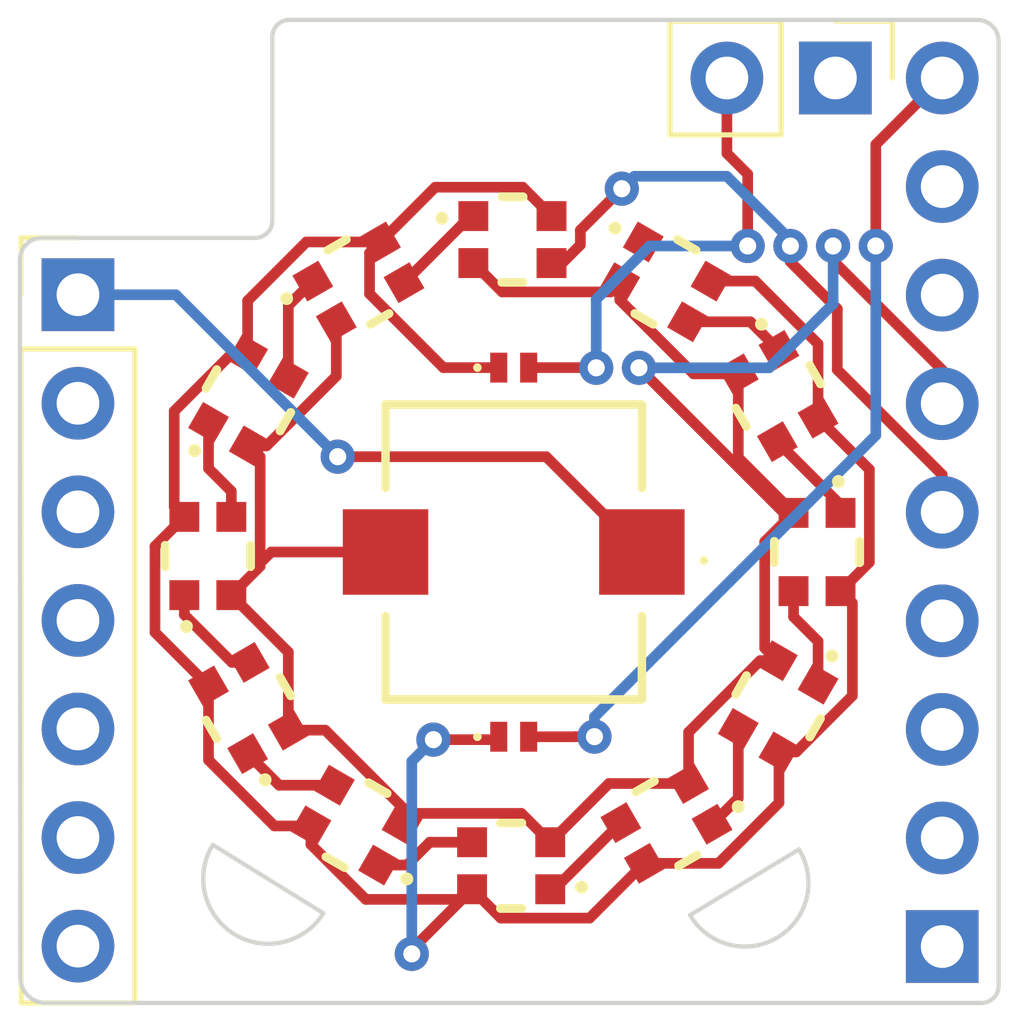
<source format=kicad_pcb>
(kicad_pcb (version 20221018) (generator pcbnew)
  (layers (0 "F.Cu" signal) (31 "B.Cu" signal) (34 "B.Paste" user) (35 "F.Paste" user) (36 "B.SilkS" user "B.Silkscreen") (37 "F.SilkS" user "F.Silkscreen") (38 "B.Mask" user) (39 "F.Mask" user) (44 "Edge.Cuts" user))
  (net 0 "")
  (net 1 "GND")
  (net 2 "DIN")
  (net 3 "Net-(D1-A)")
  (net 4 "Net-(D2-A)")
  (net 5 "Net-(J1-Pin_1)")
  (net 9 "VDD")
  (net 19 "Net-(U1-DO)")
  (net 20 "Net-(U2-DO)")
  (net 21 "Net-(U3-DO)")
  (net 22 "Net-(U4-DO)")
  (net 23 "Net-(U5-DO)")
  (net 24 "Net-(U6-DO)")
  (net 25 "Net-(U7-DO)")
  (net 26 "Net-(U8-DO)")
  (net 27 "Net-(U10-DI)")
  (net 28 "Net-(U10-DO)")
  (net 29 "Net-(U11-DO)")
  (footprint "LIB_4684:4684" (layer "F.Cu") (at 142.47 108.24 -30)
    (fp_text reference "U6" hide)
    (fp_text value "WS2812-2020" hide)
    (fp_line (start -0.25 -1) (end -0.25 -1) (stroke (width 0.2)) (layer "F.SilkS"))
    (fp_line (start -0.25 -1) (end 0.25 -1) (stroke (width 0.2)) (layer "F.SilkS"))
    (fp_line (start -0.25 1) (end -0.25 1) (stroke (width 0.2)) (layer "F.SilkS"))
    (fp_line (start -0.25 1) (end 0.25 1) (stroke (width 0.2)) (layer "F.SilkS"))
    (fp_line (start 0.25 -1) (end -0.25 -1) (stroke (width 0.2)) (layer "F.SilkS"))
    (fp_line (start 0.25 -1) (end 0.25 -1) (stroke (width 0.2)) (layer "F.SilkS"))
    (fp_line (start 0.25 1) (end -0.25 1) (stroke (width 0.2)) (layer "F.SilkS"))
    (fp_line (start 0.25 1) (end 0.25 1) (stroke (width 0.2)) (layer "F.SilkS"))
    (fp_line (start 1.6 0.5) (end 1.6 0.5) (stroke (width 0.2)) (layer "F.SilkS"))
    (fp_line (start 1.6 0.5) (end 1.6 0.5) (stroke (width 0.2)) (layer "F.SilkS"))
    (fp_line (start 1.7 0.5) (end 1.7 0.5) (stroke (width 0.2)) (layer "F.SilkS"))
    (fp_arc (start 1.6 0.5) (mid 1.65 0.45) (end 1.7 0.5) (stroke (width 0.2)) (layer "F.SilkS"))
    (fp_arc (start 1.7 0.5) (mid 1.65 0.55) (end 1.6 0.5) (stroke (width 0.2)) (layer "F.SilkS"))
    (fp_arc (start 1.7 0.5) (mid 1.65 0.55) (end 1.6 0.5) (stroke (width 0.2)) (layer "F.SilkS"))
    (pad "1" smd rect (at 0.915 0.55 60) (size 0.7 0.7) (layers "F.Cu" "F.Paste" "F.Mask") (net 24 "Net-(U6-DO)"))
    (pad "2" smd rect (at 0.915 -0.55 60) (size 0.7 0.7) (layers "F.Cu" "F.Paste" "F.Mask") (net 1 "GND"))
    (pad "3" smd rect (at -0.915 -0.55 60) (size 0.7 0.7) (layers "F.Cu" "F.Paste" "F.Mask") (net 23 "Net-(U5-DO)"))
    (pad "4" smd rect (at -0.915 0.55 60) (size 0.7 0.7) (layers "F.Cu" "F.Paste" "F.Mask") (net 9 "VDD"))
  )
  (footprint "Connector_PinHeader_2.54mm:PinHeader_1x09_P2.54mm_Vertical" (layer "F.Cu") (at 156.18 111.08 180)
    (fp_text reference "J2" hide)
    (fp_text value "Conn_01x09_Female" hide)
    (pad "1" thru_hole rect (at 0 0 180) (size 1.7 1.7) (drill 1) (layers "*.Cu" "*.Mask"))
    (pad "2" thru_hole oval (at 0 2.54 180) (size 1.7 1.7) (drill 1) (layers "*.Cu" "*.Mask"))
    (pad "3" thru_hole oval (at 0 5.08 180) (size 1.7 1.7) (drill 1) (layers "*.Cu" "*.Mask"))
    (pad "4" thru_hole oval (at 0 7.62 180) (size 1.7 1.7) (drill 1) (layers "*.Cu" "*.Mask"))
    (pad "5" thru_hole oval (at 0 10.16 180) (size 1.7 1.7) (drill 1) (layers "*.Cu" "*.Mask") (net 2 "DIN"))
    (pad "6" thru_hole oval (at 0 12.7 180) (size 1.7 1.7) (drill 1) (layers "*.Cu" "*.Mask") (net 1 "GND"))
    (pad "7" thru_hole oval (at 0 15.24 180) (size 1.7 1.7) (drill 1) (layers "*.Cu" "*.Mask"))
    (pad "8" thru_hole oval (at 0 17.78 180) (size 1.7 1.7) (drill 1) (layers "*.Cu" "*.Mask"))
    (pad "9" thru_hole oval (at 0 20.32 180) (size 1.7 1.7) (drill 1) (layers "*.Cu" "*.Mask") (net 4 "Net-(D2-A)"))
  )
  (footprint "LIB_4684:4684" (layer "F.Cu") (at 152.34 98.2 120)
    (fp_text reference "U11" hide)
    (fp_text value "WS2812-2020" hide)
    (fp_line (start -0.25 -1) (end -0.25 -1) (stroke (width 0.2)) (layer "F.SilkS"))
    (fp_line (start -0.25 -1) (end 0.25 -1) (stroke (width 0.2)) (layer "F.SilkS"))
    (fp_line (start -0.25 1) (end -0.25 1) (stroke (width 0.2)) (layer "F.SilkS"))
    (fp_line (start -0.25 1) (end 0.25 1) (stroke (width 0.2)) (layer "F.SilkS"))
    (fp_line (start 0.25 -1) (end -0.25 -1) (stroke (width 0.2)) (layer "F.SilkS"))
    (fp_line (start 0.25 -1) (end 0.25 -1) (stroke (width 0.2)) (layer "F.SilkS"))
    (fp_line (start 0.25 1) (end -0.25 1) (stroke (width 0.2)) (layer "F.SilkS"))
    (fp_line (start 0.25 1) (end 0.25 1) (stroke (width 0.2)) (layer "F.SilkS"))
    (fp_line (start 1.6 0.5) (end 1.6 0.5) (stroke (width 0.2)) (layer "F.SilkS"))
    (fp_line (start 1.6 0.5) (end 1.6 0.5) (stroke (width 0.2)) (layer "F.SilkS"))
    (fp_line (start 1.7 0.5) (end 1.7 0.5) (stroke (width 0.2)) (layer "F.SilkS"))
    (fp_arc (start 1.6 0.5) (mid 1.65 0.45) (end 1.7 0.5) (stroke (width 0.2)) (layer "F.SilkS"))
    (fp_arc (start 1.7 0.5) (mid 1.65 0.55) (end 1.6 0.5) (stroke (width 0.2)) (layer "F.SilkS"))
    (fp_arc (start 1.7 0.5) (mid 1.65 0.55) (end 1.6 0.5) (stroke (width 0.2)) (layer "F.SilkS"))
    (pad "1" smd rect (at 0.915 0.55 210) (size 0.7 0.7) (layers "F.Cu" "F.Paste" "F.Mask") (net 29 "Net-(U11-DO)"))
    (pad "2" smd rect (at 0.915 -0.55 210) (size 0.7 0.7) (layers "F.Cu" "F.Paste" "F.Mask") (net 1 "GND"))
    (pad "3" smd rect (at -0.915 -0.55 210) (size 0.7 0.7) (layers "F.Cu" "F.Paste" "F.Mask") (net 28 "Net-(U10-DO)"))
    (pad "4" smd rect (at -0.915 0.55 210) (size 0.7 0.7) (layers "F.Cu" "F.Paste" "F.Mask") (net 9 "VDD"))
  )
  (footprint "LIB_4684:4684" (layer "F.Cu") (at 146.09 109.19)
    (fp_text reference "U7" hide)
    (fp_text value "WS2812-2020" hide)
    (fp_line (start -0.25 -1) (end -0.25 -1) (stroke (width 0.2)) (layer "F.SilkS"))
    (fp_line (start -0.25 -1) (end 0.25 -1) (stroke (width 0.2)) (layer "F.SilkS"))
    (fp_line (start -0.25 1) (end -0.25 1) (stroke (width 0.2)) (layer "F.SilkS"))
    (fp_line (start -0.25 1) (end 0.25 1) (stroke (width 0.2)) (layer "F.SilkS"))
    (fp_line (start 0.25 -1) (end -0.25 -1) (stroke (width 0.2)) (layer "F.SilkS"))
    (fp_line (start 0.25 -1) (end 0.25 -1) (stroke (width 0.2)) (layer "F.SilkS"))
    (fp_line (start 0.25 1) (end -0.25 1) (stroke (width 0.2)) (layer "F.SilkS"))
    (fp_line (start 0.25 1) (end 0.25 1) (stroke (width 0.2)) (layer "F.SilkS"))
    (fp_line (start 1.6 0.5) (end 1.6 0.5) (stroke (width 0.2)) (layer "F.SilkS"))
    (fp_line (start 1.6 0.5) (end 1.6 0.5) (stroke (width 0.2)) (layer "F.SilkS"))
    (fp_line (start 1.7 0.5) (end 1.7 0.5) (stroke (width 0.2)) (layer "F.SilkS"))
    (fp_arc (start 1.6 0.5) (mid 1.65 0.45) (end 1.7 0.5) (stroke (width 0.2)) (layer "F.SilkS"))
    (fp_arc (start 1.7 0.5) (mid 1.65 0.55) (end 1.6 0.5) (stroke (width 0.2)) (layer "F.SilkS"))
    (fp_arc (start 1.7 0.5) (mid 1.65 0.55) (end 1.6 0.5) (stroke (width 0.2)) (layer "F.SilkS"))
    (pad "1" smd rect (at 0.915 0.55 90) (size 0.7 0.7) (layers "F.Cu" "F.Paste" "F.Mask") (net 25 "Net-(U7-DO)"))
    (pad "2" smd rect (at 0.915 -0.55 90) (size 0.7 0.7) (layers "F.Cu" "F.Paste" "F.Mask") (net 1 "GND"))
    (pad "3" smd rect (at -0.915 -0.55 90) (size 0.7 0.7) (layers "F.Cu" "F.Paste" "F.Mask") (net 24 "Net-(U6-DO)"))
    (pad "4" smd rect (at -0.915 0.55 90) (size 0.7 0.7) (layers "F.Cu" "F.Paste" "F.Mask") (net 9 "VDD"))
  )
  (footprint "LIB_4684:4684" (layer "F.Cu") (at 142.514397 95.53 -150)
    (fp_text reference "U2" hide)
    (fp_text value "WS2812-2020" hide)
    (fp_line (start -0.25 -1) (end -0.25 -1) (stroke (width 0.2)) (layer "F.SilkS"))
    (fp_line (start -0.25 -1) (end 0.25 -1) (stroke (width 0.2)) (layer "F.SilkS"))
    (fp_line (start -0.25 1) (end -0.25 1) (stroke (width 0.2)) (layer "F.SilkS"))
    (fp_line (start -0.25 1) (end 0.25 1) (stroke (width 0.2)) (layer "F.SilkS"))
    (fp_line (start 0.25 -1) (end -0.25 -1) (stroke (width 0.2)) (layer "F.SilkS"))
    (fp_line (start 0.25 -1) (end 0.25 -1) (stroke (width 0.2)) (layer "F.SilkS"))
    (fp_line (start 0.25 1) (end -0.25 1) (stroke (width 0.2)) (layer "F.SilkS"))
    (fp_line (start 0.25 1) (end 0.25 1) (stroke (width 0.2)) (layer "F.SilkS"))
    (fp_line (start 1.6 0.5) (end 1.6 0.5) (stroke (width 0.2)) (layer "F.SilkS"))
    (fp_line (start 1.6 0.5) (end 1.6 0.5) (stroke (width 0.2)) (layer "F.SilkS"))
    (fp_line (start 1.7 0.5) (end 1.7 0.5) (stroke (width 0.2)) (layer "F.SilkS"))
    (fp_arc (start 1.6 0.5) (mid 1.65 0.45) (end 1.7 0.5) (stroke (width 0.2)) (layer "F.SilkS"))
    (fp_arc (start 1.7 0.5) (mid 1.65 0.55) (end 1.6 0.5) (stroke (width 0.2)) (layer "F.SilkS"))
    (fp_arc (start 1.7 0.5) (mid 1.65 0.55) (end 1.6 0.5) (stroke (width 0.2)) (layer "F.SilkS"))
    (pad "1" smd rect (at 0.915 0.55 300) (size 0.7 0.7) (layers "F.Cu" "F.Paste" "F.Mask") (net 20 "Net-(U2-DO)"))
    (pad "2" smd rect (at 0.915 -0.55 300) (size 0.7 0.7) (layers "F.Cu" "F.Paste" "F.Mask") (net 1 "GND"))
    (pad "3" smd rect (at -0.915 -0.55 300) (size 0.7 0.7) (layers "F.Cu" "F.Paste" "F.Mask") (net 19 "Net-(U1-DO)"))
    (pad "4" smd rect (at -0.915 0.55 300) (size 0.7 0.7) (layers "F.Cu" "F.Paste" "F.Mask") (net 9 "VDD"))
  )
  (footprint "LIB_4684:4684" (layer "F.Cu") (at 149.7 95.53 150)
    (fp_text reference "U12" hide)
    (fp_text value "WS2812-2020" hide)
    (fp_line (start -0.25 -1) (end -0.25 -1) (stroke (width 0.2)) (layer "F.SilkS"))
    (fp_line (start -0.25 -1) (end 0.25 -1) (stroke (width 0.2)) (layer "F.SilkS"))
    (fp_line (start -0.25 1) (end -0.25 1) (stroke (width 0.2)) (layer "F.SilkS"))
    (fp_line (start -0.25 1) (end 0.25 1) (stroke (width 0.2)) (layer "F.SilkS"))
    (fp_line (start 0.25 -1) (end -0.25 -1) (stroke (width 0.2)) (layer "F.SilkS"))
    (fp_line (start 0.25 -1) (end 0.25 -1) (stroke (width 0.2)) (layer "F.SilkS"))
    (fp_line (start 0.25 1) (end -0.25 1) (stroke (width 0.2)) (layer "F.SilkS"))
    (fp_line (start 0.25 1) (end 0.25 1) (stroke (width 0.2)) (layer "F.SilkS"))
    (fp_line (start 1.6 0.5) (end 1.6 0.5) (stroke (width 0.2)) (layer "F.SilkS"))
    (fp_line (start 1.6 0.5) (end 1.6 0.5) (stroke (width 0.2)) (layer "F.SilkS"))
    (fp_line (start 1.7 0.5) (end 1.7 0.5) (stroke (width 0.2)) (layer "F.SilkS"))
    (fp_arc (start 1.6 0.5) (mid 1.65 0.45) (end 1.7 0.5) (stroke (width 0.2)) (layer "F.SilkS"))
    (fp_arc (start 1.7 0.5) (mid 1.65 0.55) (end 1.6 0.5) (stroke (width 0.2)) (layer "F.SilkS"))
    (fp_arc (start 1.7 0.5) (mid 1.65 0.55) (end 1.6 0.5) (stroke (width 0.2)) (layer "F.SilkS"))
    (pad "1" smd rect (at 0.915 0.55 240) (size 0.7 0.7) (layers "F.Cu" "F.Paste" "F.Mask"))
    (pad "2" smd rect (at 0.915 -0.55 240) (size 0.7 0.7) (layers "F.Cu" "F.Paste" "F.Mask") (net 1 "GND"))
    (pad "3" smd rect (at -0.915 -0.55 240) (size 0.7 0.7) (layers "F.Cu" "F.Paste" "F.Mask") (net 29 "Net-(U11-DO)"))
    (pad "4" smd rect (at -0.915 0.55 240) (size 0.7 0.7) (layers "F.Cu" "F.Paste" "F.Mask") (net 9 "VDD"))
  )
  (footprint "LIB_4684:4684" (layer "F.Cu") (at 152.34 105.46 60)
    (fp_text reference "U9" hide)
    (fp_text value "WS2812-2020" hide)
    (fp_line (start -0.25 -1) (end -0.25 -1) (stroke (width 0.2)) (layer "F.SilkS"))
    (fp_line (start -0.25 -1) (end 0.25 -1) (stroke (width 0.2)) (layer "F.SilkS"))
    (fp_line (start -0.25 1) (end -0.25 1) (stroke (width 0.2)) (layer "F.SilkS"))
    (fp_line (start -0.25 1) (end 0.25 1) (stroke (width 0.2)) (layer "F.SilkS"))
    (fp_line (start 0.25 -1) (end -0.25 -1) (stroke (width 0.2)) (layer "F.SilkS"))
    (fp_line (start 0.25 -1) (end 0.25 -1) (stroke (width 0.2)) (layer "F.SilkS"))
    (fp_line (start 0.25 1) (end -0.25 1) (stroke (width 0.2)) (layer "F.SilkS"))
    (fp_line (start 0.25 1) (end 0.25 1) (stroke (width 0.2)) (layer "F.SilkS"))
    (fp_line (start 1.6 0.5) (end 1.6 0.5) (stroke (width 0.2)) (layer "F.SilkS"))
    (fp_line (start 1.6 0.5) (end 1.6 0.5) (stroke (width 0.2)) (layer "F.SilkS"))
    (fp_line (start 1.7 0.5) (end 1.7 0.5) (stroke (width 0.2)) (layer "F.SilkS"))
    (fp_arc (start 1.6 0.5) (mid 1.65 0.45) (end 1.7 0.5) (stroke (width 0.2)) (layer "F.SilkS"))
    (fp_arc (start 1.7 0.5) (mid 1.65 0.55) (end 1.6 0.5) (stroke (width 0.2)) (layer "F.SilkS"))
    (fp_arc (start 1.7 0.5) (mid 1.65 0.55) (end 1.6 0.5) (stroke (width 0.2)) (layer "F.SilkS"))
    (pad "1" smd rect (at 0.915 0.55 150) (size 0.7 0.7) (layers "F.Cu" "F.Paste" "F.Mask") (net 27 "Net-(U10-DI)"))
    (pad "2" smd rect (at 0.915 -0.55 150) (size 0.7 0.7) (layers "F.Cu" "F.Paste" "F.Mask") (net 1 "GND"))
    (pad "3" smd rect (at -0.915 -0.55 150) (size 0.7 0.7) (layers "F.Cu" "F.Paste" "F.Mask") (net 26 "Net-(U8-DO)"))
    (pad "4" smd rect (at -0.915 0.55 150) (size 0.7 0.7) (layers "F.Cu" "F.Paste" "F.Mask") (net 9 "VDD"))
  )
  (footprint "LIB_4684:4684" (layer "F.Cu") (at 149.725604 108.2 30)
    (fp_text reference "U8" hide)
    (fp_text value "WS2812-2020" hide)
    (fp_line (start -0.25 -1) (end -0.25 -1) (stroke (width 0.2)) (layer "F.SilkS"))
    (fp_line (start -0.25 -1) (end 0.25 -1) (stroke (width 0.2)) (layer "F.SilkS"))
    (fp_line (start -0.25 1) (end -0.25 1) (stroke (width 0.2)) (layer "F.SilkS"))
    (fp_line (start -0.25 1) (end 0.25 1) (stroke (width 0.2)) (layer "F.SilkS"))
    (fp_line (start 0.25 -1) (end -0.25 -1) (stroke (width 0.2)) (layer "F.SilkS"))
    (fp_line (start 0.25 -1) (end 0.25 -1) (stroke (width 0.2)) (layer "F.SilkS"))
    (fp_line (start 0.25 1) (end -0.25 1) (stroke (width 0.2)) (layer "F.SilkS"))
    (fp_line (start 0.25 1) (end 0.25 1) (stroke (width 0.2)) (layer "F.SilkS"))
    (fp_line (start 1.6 0.5) (end 1.6 0.5) (stroke (width 0.2)) (layer "F.SilkS"))
    (fp_line (start 1.6 0.5) (end 1.6 0.5) (stroke (width 0.2)) (layer "F.SilkS"))
    (fp_line (start 1.7 0.5) (end 1.7 0.5) (stroke (width 0.2)) (layer "F.SilkS"))
    (fp_arc (start 1.6 0.5) (mid 1.65 0.45) (end 1.7 0.5) (stroke (width 0.2)) (layer "F.SilkS"))
    (fp_arc (start 1.7 0.5) (mid 1.65 0.55) (end 1.6 0.5) (stroke (width 0.2)) (layer "F.SilkS"))
    (fp_arc (start 1.7 0.5) (mid 1.65 0.55) (end 1.6 0.5) (stroke (width 0.2)) (layer "F.SilkS"))
    (pad "1" smd rect (at 0.915 0.55 120) (size 0.7 0.7) (layers "F.Cu" "F.Paste" "F.Mask") (net 26 "Net-(U8-DO)"))
    (pad "2" smd rect (at 0.915 -0.55 120) (size 0.7 0.7) (layers "F.Cu" "F.Paste" "F.Mask") (net 1 "GND"))
    (pad "3" smd rect (at -0.915 -0.55 120) (size 0.7 0.7) (layers "F.Cu" "F.Paste" "F.Mask") (net 25 "Net-(U7-DO)"))
    (pad "4" smd rect (at -0.915 0.55 120) (size 0.7 0.7) (layers "F.Cu" "F.Paste" "F.Mask") (net 9 "VDD"))
  )
  (footprint "LIB_4684:4684" (layer "F.Cu") (at 138.99 101.943522 -90)
    (fp_text reference "U4" hide)
    (fp_text value "WS2812-2020" hide)
    (fp_line (start -0.25 -1) (end -0.25 -1) (stroke (width 0.2)) (layer "F.SilkS"))
    (fp_line (start -0.25 -1) (end 0.25 -1) (stroke (width 0.2)) (layer "F.SilkS"))
    (fp_line (start -0.25 1) (end -0.25 1) (stroke (width 0.2)) (layer "F.SilkS"))
    (fp_line (start -0.25 1) (end 0.25 1) (stroke (width 0.2)) (layer "F.SilkS"))
    (fp_line (start 0.25 -1) (end -0.25 -1) (stroke (width 0.2)) (layer "F.SilkS"))
    (fp_line (start 0.25 -1) (end 0.25 -1) (stroke (width 0.2)) (layer "F.SilkS"))
    (fp_line (start 0.25 1) (end -0.25 1) (stroke (width 0.2)) (layer "F.SilkS"))
    (fp_line (start 0.25 1) (end 0.25 1) (stroke (width 0.2)) (layer "F.SilkS"))
    (fp_line (start 1.6 0.5) (end 1.6 0.5) (stroke (width 0.2)) (layer "F.SilkS"))
    (fp_line (start 1.6 0.5) (end 1.6 0.5) (stroke (width 0.2)) (layer "F.SilkS"))
    (fp_line (start 1.7 0.5) (end 1.7 0.5) (stroke (width 0.2)) (layer "F.SilkS"))
    (fp_arc (start 1.6 0.5) (mid 1.65 0.45) (end 1.7 0.5) (stroke (width 0.2)) (layer "F.SilkS"))
    (fp_arc (start 1.7 0.5) (mid 1.65 0.55) (end 1.6 0.5) (stroke (width 0.2)) (layer "F.SilkS"))
    (fp_arc (start 1.7 0.5) (mid 1.65 0.55) (end 1.6 0.5) (stroke (width 0.2)) (layer "F.SilkS"))
    (pad "1" smd rect (at 0.915 0.55) (size 0.7 0.7) (layers "F.Cu" "F.Paste" "F.Mask") (net 22 "Net-(U4-DO)"))
    (pad "2" smd rect (at 0.915 -0.55) (size 0.7 0.7) (layers "F.Cu" "F.Paste" "F.Mask") (net 1 "GND"))
    (pad "3" smd rect (at -0.915 -0.55) (size 0.7 0.7) (layers "F.Cu" "F.Paste" "F.Mask") (net 21 "Net-(U3-DO)"))
    (pad "4" smd rect (at -0.915 0.55) (size 0.7 0.7) (layers "F.Cu" "F.Paste" "F.Mask") (net 9 "VDD"))
  )
  (footprint "LIB_4684:4684" (layer "F.Cu") (at 153.25 101.85 90)
    (fp_text reference "U10" hide)
    (fp_text value "WS2812-2020" hide)
    (fp_line (start -0.25 -1) (end -0.25 -1) (stroke (width 0.2)) (layer "F.SilkS"))
    (fp_line (start -0.25 -1) (end 0.25 -1) (stroke (width 0.2)) (layer "F.SilkS"))
    (fp_line (start -0.25 1) (end -0.25 1) (stroke (width 0.2)) (layer "F.SilkS"))
    (fp_line (start -0.25 1) (end 0.25 1) (stroke (width 0.2)) (layer "F.SilkS"))
    (fp_line (start 0.25 -1) (end -0.25 -1) (stroke (width 0.2)) (layer "F.SilkS"))
    (fp_line (start 0.25 -1) (end 0.25 -1) (stroke (width 0.2)) (layer "F.SilkS"))
    (fp_line (start 0.25 1) (end -0.25 1) (stroke (width 0.2)) (layer "F.SilkS"))
    (fp_line (start 0.25 1) (end 0.25 1) (stroke (width 0.2)) (layer "F.SilkS"))
    (fp_line (start 1.6 0.5) (end 1.6 0.5) (stroke (width 0.2)) (layer "F.SilkS"))
    (fp_line (start 1.6 0.5) (end 1.6 0.5) (stroke (width 0.2)) (layer "F.SilkS"))
    (fp_line (start 1.7 0.5) (end 1.7 0.5) (stroke (width 0.2)) (layer "F.SilkS"))
    (fp_arc (start 1.6 0.5) (mid 1.65 0.45) (end 1.7 0.5) (stroke (width 0.2)) (layer "F.SilkS"))
    (fp_arc (start 1.7 0.5) (mid 1.65 0.55) (end 1.6 0.5) (stroke (width 0.2)) (layer "F.SilkS"))
    (fp_arc (start 1.7 0.5) (mid 1.65 0.55) (end 1.6 0.5) (stroke (width 0.2)) (layer "F.SilkS"))
    (pad "1" smd rect (at 0.915 0.55 180) (size 0.7 0.7) (layers "F.Cu" "F.Paste" "F.Mask") (net 28 "Net-(U10-DO)"))
    (pad "2" smd rect (at 0.915 -0.55 180) (size 0.7 0.7) (layers "F.Cu" "F.Paste" "F.Mask") (net 1 "GND"))
    (pad "3" smd rect (at -0.915 -0.55 180) (size 0.7 0.7) (layers "F.Cu" "F.Paste" "F.Mask") (net 27 "Net-(U10-DI)"))
    (pad "4" smd rect (at -0.915 0.55 180) (size 0.7 0.7) (layers "F.Cu" "F.Paste" "F.Mask") (net 9 "VDD"))
  )
  (footprint "LIB_4684:4684" (layer "F.Cu") (at 146.12 94.54 180)
    (fp_text reference "U1" hide)
    (fp_text value "WS2812-2020" hide)
    (fp_line (start -0.25 -1) (end -0.25 -1) (stroke (width 0.2)) (layer "F.SilkS"))
    (fp_line (start -0.25 -1) (end 0.25 -1) (stroke (width 0.2)) (layer "F.SilkS"))
    (fp_line (start -0.25 1) (end -0.25 1) (stroke (width 0.2)) (layer "F.SilkS"))
    (fp_line (start -0.25 1) (end 0.25 1) (stroke (width 0.2)) (layer "F.SilkS"))
    (fp_line (start 0.25 -1) (end -0.25 -1) (stroke (width 0.2)) (layer "F.SilkS"))
    (fp_line (start 0.25 -1) (end 0.25 -1) (stroke (width 0.2)) (layer "F.SilkS"))
    (fp_line (start 0.25 1) (end -0.25 1) (stroke (width 0.2)) (layer "F.SilkS"))
    (fp_line (start 0.25 1) (end 0.25 1) (stroke (width 0.2)) (layer "F.SilkS"))
    (fp_line (start 1.6 0.5) (end 1.6 0.5) (stroke (width 0.2)) (layer "F.SilkS"))
    (fp_line (start 1.6 0.5) (end 1.6 0.5) (stroke (width 0.2)) (layer "F.SilkS"))
    (fp_line (start 1.7 0.5) (end 1.7 0.5) (stroke (width 0.2)) (layer "F.SilkS"))
    (fp_arc (start 1.6 0.5) (mid 1.65 0.45) (end 1.7 0.5) (stroke (width 0.2)) (layer "F.SilkS"))
    (fp_arc (start 1.7 0.5) (mid 1.65 0.55) (end 1.6 0.5) (stroke (width 0.2)) (layer "F.SilkS"))
    (fp_arc (start 1.7 0.5) (mid 1.65 0.55) (end 1.6 0.5) (stroke (width 0.2)) (layer "F.SilkS"))
    (pad "1" smd rect (at 0.915 0.55 270) (size 0.7 0.7) (layers "F.Cu" "F.Paste" "F.Mask") (net 19 "Net-(U1-DO)"))
    (pad "2" smd rect (at 0.915 -0.55 270) (size 0.7 0.7) (layers "F.Cu" "F.Paste" "F.Mask") (net 1 "GND"))
    (pad "3" smd rect (at -0.915 -0.55 270) (size 0.7 0.7) (layers "F.Cu" "F.Paste" "F.Mask") (net 2 "DIN"))
    (pad "4" smd rect (at -0.915 0.55 270) (size 0.7 0.7) (layers "F.Cu" "F.Paste" "F.Mask") (net 9 "VDD"))
  )
  (footprint "LIB_4684:4684" (layer "F.Cu") (at 139.94 105.5 -60)
    (fp_text reference "U5" hide)
    (fp_text value "WS2812-2020" hide)
    (fp_line (start -0.25 -1) (end -0.25 -1) (stroke (width 0.2)) (layer "F.SilkS"))
    (fp_line (start -0.25 -1) (end 0.25 -1) (stroke (width 0.2)) (layer "F.SilkS"))
    (fp_line (start -0.25 1) (end -0.25 1) (stroke (width 0.2)) (layer "F.SilkS"))
    (fp_line (start -0.25 1) (end 0.25 1) (stroke (width 0.2)) (layer "F.SilkS"))
    (fp_line (start 0.25 -1) (end -0.25 -1) (stroke (width 0.2)) (layer "F.SilkS"))
    (fp_line (start 0.25 -1) (end 0.25 -1) (stroke (width 0.2)) (layer "F.SilkS"))
    (fp_line (start 0.25 1) (end -0.25 1) (stroke (width 0.2)) (layer "F.SilkS"))
    (fp_line (start 0.25 1) (end 0.25 1) (stroke (width 0.2)) (layer "F.SilkS"))
    (fp_line (start 1.6 0.5) (end 1.6 0.5) (stroke (width 0.2)) (layer "F.SilkS"))
    (fp_line (start 1.6 0.5) (end 1.6 0.5) (stroke (width 0.2)) (layer "F.SilkS"))
    (fp_line (start 1.7 0.5) (end 1.7 0.5) (stroke (width 0.2)) (layer "F.SilkS"))
    (fp_arc (start 1.6 0.5) (mid 1.65 0.45) (end 1.7 0.5) (stroke (width 0.2)) (layer "F.SilkS"))
    (fp_arc (start 1.7 0.5) (mid 1.65 0.55) (end 1.6 0.5) (stroke (width 0.2)) (layer "F.SilkS"))
    (fp_arc (start 1.7 0.5) (mid 1.65 0.55) (end 1.6 0.5) (stroke (width 0.2)) (layer "F.SilkS"))
    (pad "1" smd rect (at 0.915 0.55 30) (size 0.7 0.7) (layers "F.Cu" "F.Paste" "F.Mask") (net 23 "Net-(U5-DO)"))
    (pad "2" smd rect (at 0.915 -0.55 30) (size 0.7 0.7) (layers "F.Cu" "F.Paste" "F.Mask") (net 1 "GND"))
    (pad "3" smd rect (at -0.915 -0.55 30) (size 0.7 0.7) (layers "F.Cu" "F.Paste" "F.Mask") (net 22 "Net-(U4-DO)"))
    (pad "4" smd rect (at -0.915 0.55 30) (size 0.7 0.7) (layers "F.Cu" "F.Paste" "F.Mask") (net 9 "VDD"))
  )
  (footprint "LIB_SBRT05U20LPS-7B:SBRT05U20LPS7B" (layer "F.Cu") (at 146.15 106.172)
    (fp_text reference "D2" hide)
    (fp_text value "DIODE" hide)
    (fp_line (start -0.9 0) (end -0.9 0) (stroke (width 0.1)) (layer "F.SilkS"))
    (fp_line (start -0.8 0) (end -0.8 0) (stroke (width 0.1)) (layer "F.SilkS"))
    (fp_arc (start -0.9 0) (mid -0.85 -0.05) (end -0.8 0) (stroke (width 0.1)) (layer "F.SilkS"))
    (fp_arc (start -0.8 0) (mid -0.85 0.05) (end -0.9 0) (stroke (width 0.1)) (layer "F.SilkS"))
    (pad "1" smd rect (at -0.35 0) (size 0.4 0.7) (layers "F.Cu" "F.Paste" "F.Mask") (net 9 "VDD"))
    (pad "2" smd rect (at 0.35 0) (size 0.4 0.7) (layers "F.Cu" "F.Paste" "F.Mask") (net 4 "Net-(D2-A)"))
  )
  (footprint "LIB_SBRT05U20LPS-7B:SBRT05U20LPS7B" (layer "F.Cu") (at 146.15 97.536)
    (fp_text reference "D1" hide)
    (fp_text value "DIODE" hide)
    (fp_line (start -0.9 0) (end -0.9 0) (stroke (width 0.1)) (layer "F.SilkS"))
    (fp_line (start -0.8 0) (end -0.8 0) (stroke (width 0.1)) (layer "F.SilkS"))
    (fp_arc (start -0.9 0) (mid -0.85 -0.05) (end -0.8 0) (stroke (width 0.1)) (layer "F.SilkS"))
    (fp_arc (start -0.8 0) (mid -0.85 0.05) (end -0.9 0) (stroke (width 0.1)) (layer "F.SilkS"))
    (pad "1" smd rect (at -0.35 0) (size 0.4 0.7) (layers "F.Cu" "F.Paste" "F.Mask") (net 9 "VDD"))
    (pad "2" smd rect (at 0.35 0) (size 0.4 0.7) (layers "F.Cu" "F.Paste" "F.Mask") (net 3 "Net-(D1-A)"))
  )
  (footprint "B3AL-1005P:B3AL1005P" (layer "F.Cu") (at 146.15 101.85)
    (fp_text reference "S1" hide)
    (fp_text value "B3AL-1005P" hide)
    (fp_line (start -3 -3.45) (end 3 -3.45) (stroke (width 0.2)) (layer "F.SilkS"))
    (fp_line (start -3 -1.5) (end -3 -3.45) (stroke (width 0.2)) (layer "F.SilkS"))
    (fp_line (start -3 1.5) (end -3 3.45) (stroke (width 0.2)) (layer "F.SilkS"))
    (fp_line (start -3 3.45) (end 3 3.45) (stroke (width 0.2)) (layer "F.SilkS"))
    (fp_line (start 3 -3.45) (end 3 -1.5) (stroke (width 0.2)) (layer "F.SilkS"))
    (fp_line (start 3 3.45) (end 3 1.5) (stroke (width 0.2)) (layer "F.SilkS"))
    (fp_line (start 4.4 0.2) (end 4.4 0.2) (stroke (width 0.1)) (layer "F.SilkS"))
    (fp_line (start 4.5 0.2) (end 4.5 0.2) (stroke (width 0.1)) (layer "F.SilkS"))
    (fp_arc (start 4.4 0.2) (mid 4.45 0.15) (end 4.5 0.2) (stroke (width 0.1)) (layer "F.SilkS"))
    (fp_arc (start 4.5 0.2) (mid 4.45 0.25) (end 4.4 0.2) (stroke (width 0.1)) (layer "F.SilkS"))
    (pad "1" smd rect (at 3 0 90) (size 2 2) (layers "F.Cu" "F.Paste" "F.Mask") (net 5 "Net-(J1-Pin_1)"))
    (pad "2" smd rect (at -3 0 90) (size 2 2) (layers "F.Cu" "F.Paste" "F.Mask") (net 1 "GND"))
  )
  (footprint "LIB_4684:4684" (layer "F.Cu") (at 139.94 98.3 -120)
    (fp_text reference "U3" hide)
    (fp_text value "WS2812-2020" hide)
    (fp_line (start -0.25 -1) (end -0.25 -1) (stroke (width 0.2)) (layer "F.SilkS"))
    (fp_line (start -0.25 -1) (end 0.25 -1) (stroke (width 0.2)) (layer "F.SilkS"))
    (fp_line (start -0.25 1) (end -0.25 1) (stroke (width 0.2)) (layer "F.SilkS"))
    (fp_line (start -0.25 1) (end 0.25 1) (stroke (width 0.2)) (layer "F.SilkS"))
    (fp_line (start 0.25 -1) (end -0.25 -1) (stroke (width 0.2)) (layer "F.SilkS"))
    (fp_line (start 0.25 -1) (end 0.25 -1) (stroke (width 0.2)) (layer "F.SilkS"))
    (fp_line (start 0.25 1) (end -0.25 1) (stroke (width 0.2)) (layer "F.SilkS"))
    (fp_line (start 0.25 1) (end 0.25 1) (stroke (width 0.2)) (layer "F.SilkS"))
    (fp_line (start 1.6 0.5) (end 1.6 0.5) (stroke (width 0.2)) (layer "F.SilkS"))
    (fp_line (start 1.6 0.5) (end 1.6 0.5) (stroke (width 0.2)) (layer "F.SilkS"))
    (fp_line (start 1.7 0.5) (end 1.7 0.5) (stroke (width 0.2)) (layer "F.SilkS"))
    (fp_arc (start 1.6 0.5) (mid 1.65 0.45) (end 1.7 0.5) (stroke (width 0.2)) (layer "F.SilkS"))
    (fp_arc (start 1.7 0.5) (mid 1.65 0.55) (end 1.6 0.5) (stroke (width 0.2)) (layer "F.SilkS"))
    (fp_arc (start 1.7 0.5) (mid 1.65 0.55) (end 1.6 0.5) (stroke (width 0.2)) (layer "F.SilkS"))
    (pad "1" smd rect (at 0.915 0.55 330) (size 0.7 0.7) (layers "F.Cu" "F.Paste" "F.Mask") (net 21 "Net-(U3-DO)"))
    (pad "2" smd rect (at 0.915 -0.55 330) (size 0.7 0.7) (layers "F.Cu" "F.Paste" "F.Mask") (net 1 "GND"))
    (pad "3" smd rect (at -0.915 -0.55 330) (size 0.7 0.7) (layers "F.Cu" "F.Paste" "F.Mask") (net 20 "Net-(U2-DO)"))
    (pad "4" smd rect (at -0.915 0.55 330) (size 0.7 0.7) (layers "F.Cu" "F.Paste" "F.Mask") (net 9 "VDD"))
  )
  (footprint "Connector_PinHeader_2.54mm:PinHeader_1x02_P2.54mm_Vertical" (layer "F.Cu") (at 153.68 90.76 -90)
    (fp_text reference "J3" hide)
    (fp_text value "Conn_01x02_Female" hide)
    (fp_line (start -1.33 -1.33) (end 0 -1.33) (stroke (width 0.12)) (layer "F.SilkS"))
    (fp_line (start -1.33 0) (end -1.33 -1.33) (stroke (width 0.12)) (layer "F.SilkS"))
    (fp_line (start -1.33 1.27) (end -1.33 3.87) (stroke (width 0.12)) (layer "F.SilkS"))
    (fp_line (start -1.33 1.27) (end 1.33 1.27) (stroke (width 0.12)) (layer "F.SilkS"))
    (fp_line (start -1.33 3.87) (end 1.33 3.87) (stroke (width 0.12)) (layer "F.SilkS"))
    (fp_line (start 1.33 1.27) (end 1.33 3.87) (stroke (width 0.12)) (layer "F.SilkS"))
    (pad "1" thru_hole rect (at 0 0 270) (size 1.7 1.7) (drill 1) (layers "*.Cu" "*.Mask"))
    (pad "2" thru_hole oval (at 0 2.54 270) (size 1.7 1.7) (drill 1) (layers "*.Cu" "*.Mask") (net 3 "Net-(D1-A)"))
  )
  (footprint "Connector_PinHeader_2.54mm:PinHeader_1x07_P2.54mm_Vertical" (layer "F.Cu") (at 135.95 95.83)
    (fp_text reference "J1" hide)
    (fp_text value "Conn_01x07_Female" hide)
    (fp_line (start -1.33 -1.33) (end 0 -1.33) (stroke (width 0.12)) (layer "F.SilkS"))
    (fp_line (start -1.33 0) (end -1.33 -1.33) (stroke (width 0.12)) (layer "F.SilkS"))
    (fp_line (start -1.33 1.27) (end -1.33 16.57) (stroke (width 0.12)) (layer "F.SilkS"))
    (fp_line (start -1.33 1.27) (end 1.33 1.27) (stroke (width 0.12)) (layer "F.SilkS"))
    (fp_line (start -1.33 16.57) (end 1.33 16.57) (stroke (width 0.12)) (layer "F.SilkS"))
    (fp_line (start 1.33 1.27) (end 1.33 16.57) (stroke (width 0.12)) (layer "F.SilkS"))
    (pad "1" thru_hole rect (at 0 0) (size 1.7 1.7) (drill 1) (layers "*.Cu" "*.Mask") (net 5 "Net-(J1-Pin_1)"))
    (pad "2" thru_hole oval (at 0 2.54) (size 1.7 1.7) (drill 1) (layers "*.Cu" "*.Mask"))
    (pad "3" thru_hole oval (at 0 5.08) (size 1.7 1.7) (drill 1) (layers "*.Cu" "*.Mask"))
    (pad "4" thru_hole oval (at 0 7.62) (size 1.7 1.7) (drill 1) (layers "*.Cu" "*.Mask"))
    (pad "5" thru_hole oval (at 0 10.16) (size 1.7 1.7) (drill 1) (layers "*.Cu" "*.Mask"))
    (pad "6" thru_hole oval (at 0 12.7) (size 1.7 1.7) (drill 1) (layers "*.Cu" "*.Mask"))
    (pad "7" thru_hole oval (at 0 15.24) (size 1.7 1.7) (drill 1) (layers "*.Cu" "*.Mask"))
  )
  (gr_line (start 150.277273 110.345807) (end 152.8271 108.8082) (stroke (width 0.1)) (layer "Edge.Cuts"))
  (gr_arc (start 134.59 94.99) (mid 134.741518 94.651518) (end 135.08 94.5) (stroke (width 0.1)) (layer "Edge.Cuts"))
  (gr_arc (start 141.695 110.3) (mid 139.600179 110.794634) (end 139.105 108.7) (stroke (width 0.1)) (layer "Edge.Cuts"))
  (gr_line (start 157.5 112) (end 157.5 89.9) (stroke (width 0.1)) (layer "Edge.Cuts"))
  (gr_line (start 157 89.4) (end 140.9 89.4) (stroke (width 0.1)) (layer "Edge.Cuts"))
  (gr_line (start 134.59 94.99) (end 134.6 111.8) (stroke (width 0.1)) (layer "Edge.Cuts"))
  (gr_line (start 135.08 94.5) (end 140.1 94.5) (stroke (width 0.1)) (layer "Edge.Cuts"))
  (gr_line (start 139.105 108.7) (end 141.695 110.3) (stroke (width 0.1)) (layer "Edge.Cuts"))
  (gr_line (start 140.5 94.1) (end 140.5 89.8) (stroke (width 0.1)) (layer "Edge.Cuts"))
  (gr_arc (start 157.5 112) (mid 157.382843 112.282843) (end 157.1 112.4) (stroke (width 0.1)) (layer "Edge.Cuts"))
  (gr_line (start 135.2 112.4) (end 157.1 112.4) (stroke (width 0.1)) (layer "Edge.Cuts"))
  (gr_arc (start 135.2 112.4) (mid 134.775736 112.224264) (end 134.6 111.8) (stroke (width 0.1)) (layer "Edge.Cuts"))
  (gr_arc (start 157 89.4) (mid 157.353553 89.546447) (end 157.5 89.9) (stroke (width 0.1)) (layer "Edge.Cuts"))
  (gr_arc (start 140.5 89.8) (mid 140.617157 89.517157) (end 140.9 89.4) (stroke (width 0.1)) (layer "Edge.Cuts"))
  (gr_arc (start 140.5 94.1) (mid 140.382843 94.382843) (end 140.1 94.5) (stroke (width 0.1)) (layer "Edge.Cuts"))
  (gr_arc (start 152.8271 108.8082) (mid 152.328854 110.864997) (end 150.277273 110.345807) (stroke (width 0.1)) (layer "Edge.Cuts"))
  (segment (start 151.406186 97.682587) (end 151.406186 99.641186) (width 0.25) (layer "F.Cu") (net 1))
  (segment (start 150.362215 97.682587) (end 151.406186 97.682587) (width 0.25) (layer "F.Cu") (net 1))
  (segment (start 143.15 101.85) (end 140.473 101.85) (width 0.25) (layer "F.Cu") (net 1))
  (segment (start 156.18 97.59) (end 156.18 98.38) (width 0.25) (layer "F.Cu") (net 1))
  (segment (start 145.88 95.765) (end 148.416401 95.765) (width 0.25) (layer "F.Cu") (net 1))
  (segment (start 148.378814 107.266186) (end 147.005 108.64) (width 0.25) (layer "F.Cu") (net 1))
  (segment (start 150.243017 107.266186) (end 148.378814 107.266186) (width 0.25) (layer "F.Cu") (net 1))
  (segment (start 141.737785 106.017413) (end 140.873814 106.017413) (width 0.25) (layer "F.Cu") (net 1))
  (segment (start 152.321186 104.392587) (end 151.917041 104.392587) (width 0.25) (layer "F.Cu") (net 1))
  (segment (start 140.129261 102.269261) (end 140.215 102.183522) (width 0.25) (layer "F.Cu") (net 1))
  (segment (start 150.243017 106.066611) (end 150.243017 107.266186) (width 0.25) (layer "F.Cu") (net 1))
  (segment (start 139.958814 99.367413) (end 140.362959 99.367413) (width 0.25) (layer "F.Cu") (net 1))
  (segment (start 139.54 102.858522) (end 140.129261 102.269261) (width 0.25) (layer "F.Cu") (net 1))
  (segment (start 149.081493 97.540262) (end 152.476231 100.935) (width 0.25) (layer "F.Cu") (net 1))
  (segment (start 140.473 101.85) (end 140.215 102.108) (width 0.25) (layer "F.Cu") (net 1))
  (segment (start 140.873814 104.192336) (end 139.54 102.858522) (width 0.25) (layer "F.Cu") (net 1))
  (segment (start 146.33 107.965) (end 143.793599 107.965) (width 0.25) (layer "F.Cu") (net 1))
  (segment (start 140.215 99.623599) (end 139.958814 99.367413) (width 0.25) (layer "F.Cu") (net 1))
  (segment (start 140.215 102.108) (end 140.215 99.623599) (width 0.25) (layer "F.Cu") (net 1))
  (segment (start 152.7 100.935) (end 152.025 101.61) (width 0.25) (layer "F.Cu") (net 1))
  (segment (start 148.632587 95.548814) (end 148.632587 95.952959) (width 0.25) (layer "F.Cu") (net 1))
  (segment (start 143.537413 108.221186) (end 143.537413 107.817041) (width 0.25) (layer "F.Cu") (net 1))
  (segment (start 152.025 104.096401) (end 152.321186 104.392587) (width 0.25) (layer "F.Cu") (net 1))
  (segment (start 152.476231 100.935) (end 152.7 100.935) (width 0.25) (layer "F.Cu") (net 1))
  (segment (start 143.793599 107.965) (end 143.537413 108.221186) (width 0.25) (layer "F.Cu") (net 1))
  (segment (start 152.025 101.61) (end 152.025 104.096401) (width 0.25) (layer "F.Cu") (net 1))
  (segment (start 140.362959 99.367413) (end 141.996984 97.733388) (width 0.25) (layer "F.Cu") (net 1))
  (segment (start 153.625804 94.689981) (end 153.625804 95.035804) (width 0.25) (layer "F.Cu") (net 1))
  (segment (start 140.215 102.183522) (end 140.215 102.108) (width 0.25) (layer "F.Cu") (net 1))
  (segment (start 148.632587 95.952959) (end 150.362215 97.682587) (width 0.25) (layer "F.Cu") (net 1))
  (segment (start 147.005 108.64) (end 146.33 107.965) (width 0.25) (layer "F.Cu") (net 1))
  (segment (start 151.917041 104.392587) (end 150.243017 106.066611) (width 0.25) (layer "F.Cu") (net 1))
  (segment (start 148.416401 95.765) (end 148.632587 95.548814) (width 0.25) (layer "F.Cu") (net 1))
  (segment (start 141.996984 97.733388) (end 141.996984 96.463814) (width 0.25) (layer "F.Cu") (net 1))
  (segment (start 153.625804 95.035804) (end 156.18 97.59) (width 0.25) (layer "F.Cu") (net 1))
  (segment (start 143.537413 107.817041) (end 141.737785 106.017413) (width 0.25) (layer "F.Cu") (net 1))
  (segment (start 145.205 95.09) (end 145.88 95.765) (width 0.25) (layer "F.Cu") (net 1))
  (segment (start 151.406186 99.641186) (end 152.7 100.935) (width 0.25) (layer "F.Cu") (net 1))
  (segment (start 140.873814 106.017413) (end 140.873814 104.192336) (width 0.25) (layer "F.Cu") (net 1))
  (via (at 149.081493 97.540262) (size 0.8) (drill 0.4) (layers "F.Cu" "B.Cu") (net 1))
  (via (at 153.625804 94.689981) (size 0.8) (drill 0.4) (layers "F.Cu" "B.Cu") (net 1))
  (segment (start 152.129738 97.540262) (end 149.081493 97.540262) (width 0.25) (layer "B.Cu") (net 1))
  (segment (start 153.625804 96.044196) (end 152.129738 97.540262) (width 0.25) (layer "B.Cu") (net 1))
  (segment (start 153.625804 94.689981) (end 153.625804 96.044196) (width 0.25) (layer "B.Cu") (net 1))
  (segment (start 152.626302 94.691154) (end 152.626302 95.061607) (width 0.25) (layer "F.Cu") (net 2))
  (segment (start 148.68 93.35) (end 147.71 94.32) (width 0.25) (layer "F.Cu") (net 2))
  (segment (start 152.626302 95.061607) (end 153.723814 96.159119) (width 0.25) (layer "F.Cu") (net 2))
  (segment (start 153.723814 96.159119) (end 153.723814 97.585515) (width 0.25) (layer "F.Cu") (net 2))
  (segment (start 147.71 94.32) (end 147.71 94.665) (width 0.25) (layer "F.Cu") (net 2))
  (segment (start 153.723814 97.585515) (end 156.18 100.041701) (width 0.25) (layer "F.Cu") (net 2))
  (segment (start 147.285 95.09) (end 147.035 95.09) (width 0.25) (layer "F.Cu") (net 2))
  (segment (start 147.71 94.665) (end 147.285 95.09) (width 0.25) (layer "F.Cu") (net 2))
  (segment (start 156.18 100.041701) (end 156.18 100.92) (width 0.25) (layer "F.Cu") (net 2))
  (via (at 152.626302 94.691154) (size 0.8) (drill 0.4) (layers "F.Cu" "B.Cu") (net 2))
  (via (at 148.68 93.35) (size 0.8) (drill 0.4) (layers "F.Cu" "B.Cu") (net 2))
  (segment (start 152.626302 94.691154) (end 152.626302 94.545595) (width 0.25) (layer "B.Cu") (net 2))
  (segment (start 152.626302 94.545595) (end 151.140356 93.059649) (width 0.25) (layer "B.Cu") (net 2))
  (segment (start 151.140356 93.059649) (end 148.970351 93.059649) (width 0.25) (layer "B.Cu") (net 2))
  (segment (start 148.970351 93.059649) (end 148.68 93.35) (width 0.25) (layer "B.Cu") (net 2))
  (segment (start 151.6268 93.0082) (end 151.14 92.5214) (width 0.25) (layer "F.Cu") (net 3))
  (segment (start 148.081991 97.539968) (end 148.078023 97.536) (width 0.25) (layer "F.Cu") (net 3))
  (segment (start 148.078023 97.536) (end 146.5 97.536) (width 0.25) (layer "F.Cu") (net 3))
  (segment (start 151.14 92.5214) (end 151.14 90.76) (width 0.25) (layer "F.Cu") (net 3))
  (segment (start 151.6268 94.689973) (end 151.6268 93.0082) (width 0.25) (layer "F.Cu") (net 3))
  (via (at 148.081991 97.539968) (size 0.8) (drill 0.4) (layers "F.Cu" "B.Cu") (net 3))
  (via (at 151.6268 94.689973) (size 0.8) (drill 0.4) (layers "F.Cu" "B.Cu") (net 3))
  (segment (start 148.081991 95.938009) (end 149.330027 94.689973) (width 0.25) (layer "B.Cu") (net 3))
  (segment (start 148.081991 97.539968) (end 148.081991 95.938009) (width 0.25) (layer "B.Cu") (net 3))
  (segment (start 149.330027 94.689973) (end 151.6268 94.689973) (width 0.25) (layer "B.Cu") (net 3))
  (segment (start 154.625306 94.690007) (end 154.625306 92.314694) (width 0.25) (layer "F.Cu") (net 4))
  (segment (start 148.04 106.17) (end 147.576 106.17) (width 0.25) (layer "F.Cu") (net 4))
  (segment (start 147.576 106.17) (end 147.574 106.172) (width 0.25) (layer "F.Cu") (net 4))
  (segment (start 147.574 106.172) (end 146.5 106.172) (width 0.25) (layer "F.Cu") (net 4))
  (segment (start 154.625306 92.314694) (end 156.18 90.76) (width 0.25) (layer "F.Cu") (net 4))
  (via (at 154.625306 94.690007) (size 0.8) (drill 0.4) (layers "F.Cu" "B.Cu") (net 4))
  (via (at 148.04 106.17) (size 0.8) (drill 0.4) (layers "F.Cu" "B.Cu") (net 4))
  (segment (start 154.625 94.690313) (end 154.625 99.121) (width 0.25) (layer "B.Cu") (net 4))
  (segment (start 154.625306 94.690007) (end 154.625 94.690313) (width 0.25) (layer "B.Cu") (net 4))
  (segment (start 148.04 105.706) (end 148.04 106.17) (width 0.25) (layer "B.Cu") (net 4))
  (segment (start 154.625 99.121) (end 148.04 105.706) (width 0.25) (layer "B.Cu") (net 4))
  (segment (start 149.14 101.85) (end 146.91 99.62) (width 0.25) (layer "F.Cu") (net 5))
  (segment (start 149.15 101.85) (end 149.14 101.85) (width 0.25) (layer "F.Cu") (net 5))
  (segment (start 146.91 99.62) (end 142.03 99.62) (width 0.25) (layer "F.Cu") (net 5))
  (via (at 142.03 99.62) (size 0.8) (drill 0.4) (layers "F.Cu" "B.Cu") (net 5))
  (segment (start 142.03 99.62) (end 138.24 95.83) (width 0.25) (layer "B.Cu") (net 5))
  (segment (start 138.24 95.83) (end 135.95 95.83) (width 0.25) (layer "B.Cu") (net 5))
  (segment (start 143.764 111.252) (end 143.764 111.151) (width 0.25) (layer "F.Cu") (net 9))
  (segment (start 145.175 109.74) (end 144.938077 109.976923) (width 0.25) (layer "F.Cu") (net 9))
  (segment (start 154.475 102.09) (end 153.8 102.765) (width 0.25) (layer "F.Cu") (net 9))
  (segment (start 152.762959 106.527413) (end 152.358814 106.527413) (width 0.25) (layer "F.Cu") (net 9))
  (segment (start 140.546749 108.258814) (end 139.006186 106.718251) (width 0.25) (layer "F.Cu") (net 9))
  (segment (start 139.921186 97.232587) (end 139.921186 95.971146) (width 0.25) (layer "F.Cu") (net 9))
  (segment (start 142.775592 94.852404) (end 143.03181 94.596186) (width 0.25) (layer "F.Cu") (net 9))
  (segment (start 147.927005 110.415) (end 145.85 110.415) (width 0.25) (layer "F.Cu") (net 9))
  (segment (start 154.076923 105.213449) (end 152.762959 106.527413) (width 0.25) (layer "F.Cu") (net 9))
  (segment (start 150.767413 95.511186) (end 151.803251 95.511186) (width 0.25) (layer "F.Cu") (net 9))
  (segment (start 141.402587 108.258814) (end 140.546749 108.258814) (width 0.25) (layer "F.Cu") (net 9))
  (segment (start 138.203077 100.791599) (end 138.203077 98.554684) (width 0.25) (layer "F.Cu") (net 9))
  (segment (start 150.943855 109.133814) (end 149.208191 109.133814) (width 0.25) (layer "F.Cu") (net 9))
  (segment (start 142.775592 95.808434) (end 142.775592 94.852404) (width 0.25) (layer "F.Cu") (net 9))
  (segment (start 145.8 97.536) (end 144.503158 97.536) (width 0.25) (layer "F.Cu") (net 9))
  (segment (start 138.203077 98.554684) (end 139.525174 97.232587) (width 0.25) (layer "F.Cu") (net 9))
  (segment (start 151.803251 95.511186) (end 153.273814 96.981749) (width 0.25) (layer "F.Cu") (net 9))
  (segment (start 143.764 111.151) (end 145.175 109.74) (width 0.25) (layer "F.Cu") (net 9))
  (segment (start 139.525174 97.232587) (end 139.921186 97.232587) (width 0.25) (layer "F.Cu") (net 9))
  (segment (start 149.208191 109.133814) (end 147.927005 110.415) (width 0.25) (layer "F.Cu") (net 9))
  (segment (start 144.503158 97.536) (end 142.775592 95.808434) (width 0.25) (layer "F.Cu") (net 9))
  (segment (start 144.938077 109.976923) (end 142.686923 109.976923) (width 0.25) (layer "F.Cu") (net 9))
  (segment (start 137.753077 101.715445) (end 138.44 101.028522) (width 0.25) (layer "F.Cu") (net 9))
  (segment (start 154.475 99.918599) (end 154.475 102.09) (width 0.25) (layer "F.Cu") (net 9))
  (segment (start 144.27 106.24) (end 145.732 106.24) (width 0.25) (layer "F.Cu") (net 9))
  (segment (start 146.36 93.315) (end 147.035 93.99) (width 0.25) (layer "F.Cu") (net 9))
  (segment (start 139.006186 104.982587) (end 137.753077 103.729478) (width 0.25) (layer "F.Cu") (net 9))
  (segment (start 139.921186 95.971146) (end 141.296146 94.596186) (width 0.25) (layer "F.Cu") (net 9))
  (segment (start 152.358814 106.527413) (end 152.358814 107.718855) (width 0.25) (layer "F.Cu") (net 9))
  (segment (start 145.85 110.415) (end 145.175 109.74) (width 0.25) (layer "F.Cu") (net 9))
  (segment (start 153.273814 98.717413) (end 154.475 99.918599) (width 0.25) (layer "F.Cu") (net 9))
  (segment (start 153.273814 96.981749) (end 153.273814 98.717413) (width 0.25) (layer "F.Cu") (net 9))
  (segment (start 141.296146 94.596186) (end 143.03181 94.596186) (width 0.25) (layer "F.Cu") (net 9))
  (segment (start 142.686923 109.976923) (end 141.402587 108.692587) (width 0.25) (layer "F.Cu") (net 9))
  (segment (start 143.03181 94.596186) (end 144.312996 93.315) (width 0.25) (layer "F.Cu") (net 9))
  (segment (start 145.732 106.24) (end 145.8 106.172) (width 0.25) (layer "F.Cu") (net 9))
  (segment (start 138.44 101.028522) (end 138.203077 100.791599) (width 0.25) (layer "F.Cu") (net 9))
  (segment (start 154.076923 103.041923) (end 154.076923 105.213449) (width 0.25) (layer "F.Cu") (net 9))
  (segment (start 139.006186 106.718251) (end 139.006186 104.982587) (width 0.25) (layer "F.Cu") (net 9))
  (segment (start 141.402587 108.692587) (end 141.402587 108.258814) (width 0.25) (layer "F.Cu") (net 9))
  (segment (start 144.312996 93.315) (end 146.36 93.315) (width 0.25) (layer "F.Cu") (net 9))
  (segment (start 152.358814 107.718855) (end 150.943855 109.133814) (width 0.25) (layer "F.Cu") (net 9))
  (segment (start 153.8 102.765) (end 154.076923 103.041923) (width 0.25) (layer "F.Cu") (net 9))
  (segment (start 137.753077 103.729478) (end 137.753077 101.715445) (width 0.25) (layer "F.Cu") (net 9))
  (via (at 143.764 111.252) (size 0.8) (drill 0.4) (layers "F.Cu" "B.Cu") (net 9))
  (via (at 144.27 106.24) (size 0.8) (drill 0.4) (layers "F.Cu" "B.Cu") (net 9))
  (segment (start 143.764 106.746) (end 143.764 111.252) (width 0.25) (layer "B.Cu") (net 9))
  (segment (start 144.27 106.24) (end 143.764 106.746) (width 0.25) (layer "B.Cu") (net 9))
  (segment (start 145.140624 93.99) (end 143.58181 95.548814) (width 0.25) (layer "F.Cu") (net 19))
  (segment (start 145.205 93.99) (end 145.140624 93.99) (width 0.25) (layer "F.Cu") (net 19))
  (segment (start 140.873814 96.084356) (end 141.446984 95.511186) (width 0.25) (layer "F.Cu") (net 20))
  (segment (start 140.873814 97.782587) (end 140.873814 96.084356) (width 0.25) (layer "F.Cu") (net 20))
  (segment (start 139.54 100.428522) (end 139.006186 99.894708) (width 0.25) (layer "F.Cu") (net 21))
  (segment (start 139.006186 99.894708) (end 139.006186 98.817413) (width 0.25) (layer "F.Cu") (net 21))
  (segment (start 139.54 101.028522) (end 139.54 100.428522) (width 0.25) (layer "F.Cu") (net 21))
  (segment (start 139.958814 104.432587) (end 139.554669 104.432587) (width 0.25) (layer "F.Cu") (net 22))
  (segment (start 138.44 103.317918) (end 138.44 102.858522) (width 0.25) (layer "F.Cu") (net 22))
  (segment (start 139.554669 104.432587) (end 138.44 103.317918) (width 0.25) (layer "F.Cu") (net 22))
  (segment (start 141.952587 107.306186) (end 140.659959 107.306186) (width 0.25) (layer "F.Cu") (net 23))
  (segment (start 140.659959 107.306186) (end 139.921186 106.567413) (width 0.25) (layer "F.Cu") (net 23))
  (segment (start 143.650623 109.173814) (end 142.987413 109.173814) (width 0.25) (layer "F.Cu") (net 24))
  (segment (start 145.175 108.64) (end 144.184437 108.64) (width 0.25) (layer "F.Cu") (net 24))
  (segment (start 144.184437 108.64) (end 143.650623 109.173814) (width 0.25) (layer "F.Cu") (net 24))
  (segment (start 148.658191 108.181186) (end 147.099377 109.74) (width 0.25) (layer "F.Cu") (net 25))
  (segment (start 147.099377 109.74) (end 147.005 109.74) (width 0.25) (layer "F.Cu") (net 25))
  (segment (start 151.406186 107.605645) (end 150.793017 108.218814) (width 0.25) (layer "F.Cu") (net 26))
  (segment (start 151.406186 105.977413) (end 151.406186 107.605645) (width 0.25) (layer "F.Cu") (net 26))
  (segment (start 152.7 103.365) (end 153.273814 103.938814) (width 0.25) (layer "F.Cu") (net 27))
  (segment (start 152.7 102.765) (end 152.7 103.365) (width 0.25) (layer "F.Cu") (net 27))
  (segment (start 153.273814 103.938814) (end 153.273814 104.942587) (width 0.25) (layer "F.Cu") (net 27))
  (segment (start 153.8 100.746227) (end 153.8 100.935) (width 0.25) (layer "F.Cu") (net 28))
  (segment (start 152.321186 99.267413) (end 153.8 100.746227) (width 0.25) (layer "F.Cu") (net 28))
  (segment (start 150.217413 96.463814) (end 151.690041 96.463814) (width 0.25) (layer "F.Cu") (net 29))
  (segment (start 151.690041 96.463814) (end 152.358814 97.132587) (width 0.25) (layer "F.Cu") (net 29))
)
</source>
